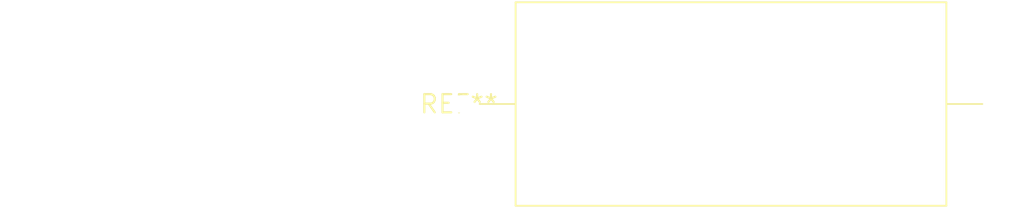
<source format=kicad_pcb>
(kicad_pcb (version 20240108) (generator pcbnew)
  (layers (0 "F.Cu" signal) (31 "B.Cu" signal) (34 "B.Paste" user) (35 "F.Paste" user) (36 "B.SilkS" user "B.Silkscreen") (37 "F.SilkS" user "F.Silkscreen") (38 "B.Mask" user) (39 "F.Mask" user) (44 "Edge.Cuts" user))
  (net 0 "")
  (footprint "L_Axial_L29.9mm_D14.0mm_P38.00mm_Horizontal_Vishay_IHA-105" (layer "F.Cu") (at 0 0)
    (property "Reference" "REF**")
    (property "Value" "L_Axial_L29.9mm_D14.0mm_P38.00mm_Horizontal_Vishay_IHA-105")
    (fp_line (start 1.44 0) (end 3.955 0) (layer "F.SilkS") (stroke (width 0.12)))
    (fp_line (start 3.955 -7.105) (end 3.955 7.105) (layer "F.SilkS") (stroke (width 0.12)))
    (fp_line (start 3.955 7.105) (end 34.045 7.105) (layer "F.SilkS") (stroke (width 0.12)))
    (fp_line (start 34.045 -7.105) (end 3.955 -7.105) (layer "F.SilkS") (stroke (width 0.12)))
    (fp_line (start 34.045 7.105) (end 34.045 -7.105) (layer "F.SilkS") (stroke (width 0.12)))
    (fp_line (start 36.56 0) (end 34.045 0) (layer "F.SilkS") (stroke (width 0.12)))
    (pad "1" thru_hole circle (at 0 0) (size 2.4 2.4) (drill 1.2) (layers *.Cu *.Mask) (remove_unused_layers))
    (pad "2" thru_hole oval (at 38 0) (size 2.4 2.4) (drill 1.2) (layers *.Cu *.Mask) (remove_unused_layers))
  )
)
</source>
